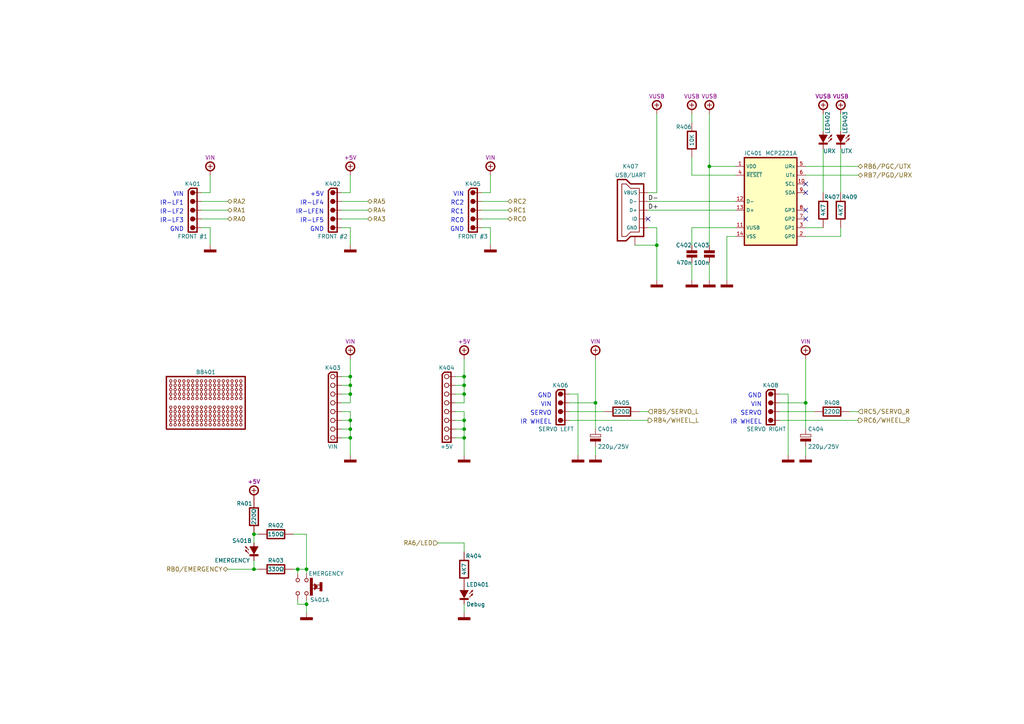
<source format=kicad_sch>
(kicad_sch (version 20211123) (generator eeschema)
  (paper "A4")
  (title_block (title "HID") (date "01/2022") (rev "A") (comment 1 "TBOT - MCU PIC-8Bit"))
  (lib_symbols
    (symbol "tronixio:BREADBOARD-170" (pin_numbers hide) (pin_names (offset 0) hide)
      (property "Reference" "BB" (at 0 8.89 0))
    )
    (symbol "tronixio:C-1206" (pin_numbers hide) (pin_names (offset 0) hide)
      (property "Reference" "C" (at 0.635 2.54 0))
      (property "Value" "C-1206" (at 0.635 -2.54 0))
      (symbol "C-1206_1_1"
        (pin passive line (at 0 2.54 270) (length 1.905) (name "~") (number "1"))
        (pin passive line (at 0 -2.54 90) (length 1.905) (name "~") (number "2"))
      )
    )
    (symbol "tronixio:E-SWITCH-TL1240RQ1JCLR" (pin_numbers hide) (pin_names (offset 0) hide)
      (property "Reference" "S" (at 0 6.35 0))
      (property "Value" "E-SWITCH-TL1240RQ1JCLR" (at 0 -5.08 0))
      (symbol "E-SWITCH-TL1240RQ1JCLR_1_1"
        (pin passive line (at -3.81 0 0) (length 1.27) (name "1") (number "1"))
        (pin passive line (at -3.81 -2.54 0) (length 1.27) (name "2") (number "2"))
        (pin passive line (at 3.81 0 180) (length 1.27) (name "3") (number "3"))
        (pin passive line (at 3.81 -2.54 180) (length 1.27) (name "4") (number "4"))
      )
      (symbol "E-SWITCH-TL1240RQ1JCLR_2_1"
        (pin passive line (at -2.54 0 0) (length 1.27) (name "C") (number "5"))
        (pin passive line (at 2.54 0 180) (length 1.27) (name "A") (number "6"))
      )
    )
    (symbol "tronixio:FCI-USB-TYPE-B-MICRO-THT" (pin_numbers hide) (pin_names (offset 0.5))
      (property "Reference" "K" (at 0 12.7 0))
      (property "Value" "FCI-USB-TYPE-B-MICRO-THT" (at 0 10.16 0))
      (symbol "FCI-USB-TYPE-B-MICRO-THT_1_1"
        (pin power_out line (at 5.08 5.08 180) (length 2.54) (name "VBUS") (number "1"))
        (pin bidirectional line (at 5.08 2.54 180) (length 2.54) (name "D-") (number "2"))
        (pin bidirectional line (at 5.08 0 180) (length 2.54) (name "D+") (number "3"))
        (pin passive line (at 5.08 -2.54 180) (length 2.54) (name "ID") (number "4"))
        (pin power_out line (at 5.08 -5.08 180) (length 2.54) (name "GND") (number "5"))
        (pin passive line (at 1.27 -10.16 90) (length 2.54) (name "SHIELD") (number "6"))
      )
    )
    (symbol "tronixio:HARWIN-254-F-1X08-VERTICAL" (pin_numbers hide) (pin_names (offset 0) hide)
      (property "Reference" "K" (at 0 2.54 0))
      (property "Value" "HARWIN-254-F-1X08-VERTICAL" (at 0 -20.32 0))
      (symbol "HARWIN-254-F-1X08-VERTICAL_1_1"
        (pin passive line (at -2.54 0 0) (length 1.905) (name "Pin_1") (number "1"))
        (pin passive line (at -2.54 -2.54 0) (length 1.905) (name "Pin_2") (number "2"))
        (pin passive line (at -2.54 -5.08 0) (length 1.905) (name "Pin_3") (number "3"))
        (pin passive line (at -2.54 -7.62 0) (length 1.905) (name "Pin_4") (number "4"))
        (pin passive line (at -2.54 -10.16 0) (length 1.905) (name "Pin_5") (number "5"))
        (pin passive line (at -2.54 -12.7 0) (length 1.905) (name "Pin_6") (number "6"))
        (pin passive line (at -2.54 -15.24 0) (length 1.905) (name "Pin_7") (number "7"))
        (pin passive line (at -2.54 -17.78 0) (length 1.905) (name "Pin_8") (number "8"))
      )
    )
    (symbol "tronixio:HARWIN-254-M-1X04-VERTICAL" (pin_numbers hide) (pin_names (offset 0) hide)
      (property "Reference" "K" (at 0 2.54 0))
      (property "Value" "HARWIN-254-M-1X04-VERTICAL" (at 0 -10.16 0))
      (symbol "HARWIN-254-M-1X04-VERTICAL_1_1"
        (pin passive line (at -2.54 0 0) (length 1.905) (name "1") (number "1"))
        (pin passive line (at -2.54 -2.54 0) (length 1.905) (name "2") (number "2"))
        (pin passive line (at -2.54 -5.08 0) (length 1.905) (name "3") (number "3"))
        (pin passive line (at -2.54 -7.62 0) (length 1.905) (name "4") (number "4"))
      )
    )
    (symbol "tronixio:LED-1206-PURPLE" (pin_numbers hide) (pin_names (offset 0) hide)
      (property "Reference" "LED" (at 0 -2.54 0))
      (property "Value" "LED-1206-PURPLE" (at 0 -5.08 0))
      (symbol "LED-1206-PURPLE_1_1"
        (pin passive line (at -2.54 0 0) (length 1.27) (name "K") (number "1"))
        (pin passive line (at 2.54 0 180) (length 1.27) (name "A") (number "2"))
      )
    )
    (symbol "tronixio:MCP2221A-ISL" (pin_names (offset 0.5))
      (property "Reference" "IC" (at -8.89 13.97 0))
      (property "Value" "MCP2221A-ISL" (at 7.62 13.97 0))
      (symbol "MCP2221A-ISL_1_1"
        (pin power_in line (at -10.16 10.16 0) (length 2.54) (name "VDD") (number "1"))
        (pin bidirectional line (at 10.16 5.08 180) (length 2.54) (name "SCL") (number "10"))
        (pin passive line (at -10.16 -7.62 0) (length 2.54) (name "VUSB") (number "11"))
        (pin bidirectional line (at -10.16 0 0) (length 2.54) (name "D-") (number "12"))
        (pin bidirectional line (at -10.16 -2.54 0) (length 2.54) (name "D+") (number "13"))
        (pin power_in line (at -10.16 -10.16 0) (length 2.54) (name "VSS") (number "14"))
        (pin bidirectional line (at 10.16 -10.16 180) (length 2.54) (name "GP0") (number "2"))
        (pin bidirectional line (at 10.16 -7.62 180) (length 2.54) (name "GP1") (number "3"))
        (pin input line (at -10.16 7.62 0) (length 2.54) (name "~{RESET}") (number "4"))
        (pin input line (at 10.16 10.16 180) (length 2.54) (name "URx") (number "5"))
        (pin output line (at 10.16 7.62 180) (length 2.54) (name "UTx") (number "6"))
        (pin bidirectional line (at 10.16 -5.08 180) (length 2.54) (name "GP2") (number "7"))
        (pin bidirectional line (at 10.16 -2.54 180) (length 2.54) (name "GP3") (number "8"))
        (pin bidirectional line (at 10.16 2.54 180) (length 2.54) (name "SDA") (number "9"))
      )
    )
    (symbol "tronixio:MOLEX-MICRO-LATCH-05-VERTICAL" (pin_numbers hide) (pin_names (offset 0) hide)
      (property "Reference" "K" (at 0 2.54 0))
      (property "Value" "MOLEX-MICRO-LATCH-05-VERTICAL" (at 0 -12.7 0))
      (symbol "MOLEX-MICRO-LATCH-05-VERTICAL_1_1"
        (pin passive line (at -2.54 0 0) (length 1.905) (name "1") (number "1"))
        (pin passive line (at -2.54 -2.54 0) (length 1.905) (name "2") (number "2"))
        (pin passive line (at -2.54 -5.08 0) (length 1.905) (name "3") (number "3"))
        (pin passive line (at -2.54 -7.62 0) (length 1.905) (name "4") (number "4"))
        (pin passive line (at -2.54 -10.16 0) (length 1.905) (name "5") (number "5"))
      )
    )
    (symbol "tronixio:POWER-+5V" (power) (pin_numbers hide) (pin_names (offset 0) hide)
      (property "Name" "+5V" (at 0 5.08 0))
      (symbol "POWER-+5V_1_1"
        (pin power_in line (at 0 0 90) (length 1.27) (name "+5V") (number "1"))
      )
    )
    (symbol "tronixio:POWER-GND" (power) (pin_numbers hide) (pin_names (offset 0) hide)
      (symbol "POWER-GND_1_1"
        (pin power_in line (at 0 0 270) (length 1.27) (name "GND") (number "1"))
      )
    )
    (symbol "tronixio:POWER-VIN" (power) (pin_numbers hide) (pin_names (offset 0) hide)
      (property "Name" "VIN" (at 0 5.08 0))
      (symbol "POWER-VIN_1_1"
        (pin power_in line (at 0 0 90) (length 1.27) (name "VIN") (number "1"))
      )
    )
    (symbol "tronixio:POWER-VUSB" (power) (pin_numbers hide) (pin_names (offset 0) hide)
      (property "Name" "VUSB" (at 0 5.08 0))
      (symbol "POWER-VUSB_1_1"
        (pin power_in line (at 0 0 90) (length 1.27) (name "VUSB") (number "1"))
      )
    )
    (symbol "tronixio:R-1206" (pin_numbers hide) (pin_names (offset 0) hide)
      (property "Reference" "R" (at 2.54 0 90))
      (property "Value" "R-1206" (at 0 0 90))
      (symbol "R-1206_1_1"
        (pin passive line (at 0 5.08 270) (length 2.54) (name "~") (number "1"))
        (pin passive line (at 0 -5.08 90) (length 2.54) (name "~") (number "2"))
      )
    )
    (symbol "tronixio:UVZ-220U-25V" (pin_numbers hide) (pin_names (offset 0) hide)
      (property "Reference" "C" (at 0 2.54 0))
      (property "Name" "220µ/25V" (at 0 -2.54 0))
      (symbol "UVZ-220U-25V_1_1"
        (pin passive line (at 0 2.54 270) (length 1.5) (name "~") (number "1"))
        (pin passive line (at 0 -2.54 90) (length 1.905) (name "~") (number "2"))
      )
    )
  )
  (junction (at 134.62 127) (diameter 0.9144))
  (junction (at 73.66 165.1) (diameter 0.9144))
  (junction (at 73.66 154.94) (diameter 0.9144))
  (junction (at 233.68 116.84) (diameter 0.9144))
  (junction (at 134.62 121.92) (diameter 0.9144))
  (junction (at 101.6 121.92) (diameter 0.9144))
  (junction (at 134.62 114.3) (diameter 0.9144))
  (junction (at 190.5 71.12) (diameter 0.9144))
  (junction (at 172.72 116.84) (diameter 0.9144))
  (junction (at 86.36 165.1) (diameter 0.9144))
  (junction (at 205.74 48.26))
  (junction (at 101.6 109.22) (diameter 0.9144))
  (junction (at 101.6 127) (diameter 0.9144))
  (junction (at 101.6 111.76) (diameter 0.9144))
  (junction (at 88.9 175.26) (diameter 0.9144))
  (junction (at 134.62 124.46) (diameter 0.9144))
  (junction (at 101.6 124.46) (diameter 0.9144))
  (junction (at 134.62 109.22) (diameter 0.9144))
  (junction (at 88.9 165.1) (diameter 0.9144))
  (junction (at 101.6 114.3) (diameter 0.9144))
  (junction (at 134.62 111.76) (diameter 0.9144))
  (no_connect (at 233.68 53.34))
  (no_connect (at 233.68 55.88))
  (no_connect (at 233.68 60.96))
  (no_connect (at 233.68 63.5))
  (no_connect (at 187.96 63.5))
  (wire (pts (xy 132.08 114.3) (xy 134.62 114.3)))
  (wire (pts (xy 165.1 114.3) (xy 167.64 114.3)))
  (wire (pts (xy 167.64 114.3) (xy 167.64 132.08)))
  (wire (pts (xy 88.9 173.99) (xy 88.9 175.26)))
  (wire (pts (xy 165.1 121.92) (xy 187.96 121.92)))
  (wire (pts (xy 132.08 119.38) (xy 134.62 119.38)))
  (wire (pts (xy 165.1 119.38) (xy 175.26 119.38)))
  (wire (pts (xy 200.66 76.2) (xy 200.66 81.28)))
  (wire (pts (xy 99.06 60.96) (xy 106.68 60.96)))
  (wire (pts (xy 210.82 68.58) (xy 210.82 81.28)))
  (wire (pts (xy 213.36 68.58) (xy 210.82 68.58)))
  (wire (pts (xy 58.42 55.88) (xy 60.96 55.88)))
  (wire (pts (xy 88.9 175.26) (xy 88.9 177.8)))
  (wire (pts (xy 58.42 63.5) (xy 66.04 63.5)))
  (wire (pts (xy 233.68 68.58) (xy 243.84 68.58)))
  (wire (pts (xy 233.68 116.84) (xy 233.68 104.14)))
  (wire (pts (xy 132.08 121.92) (xy 134.62 121.92)))
  (wire (pts (xy 139.7 58.42) (xy 147.32 58.42)))
  (wire (pts (xy 142.24 55.88) (xy 142.24 50.8)))
  (wire (pts (xy 200.66 66.04) (xy 200.66 71.12)))
  (wire (pts (xy 213.36 66.04) (xy 200.66 66.04)))
  (wire (pts (xy 142.24 71.12) (xy 142.24 66.04)))
  (wire (pts (xy 233.68 116.84) (xy 233.68 124.46)))
  (wire (pts (xy 99.06 114.3) (xy 101.6 114.3)))
  (wire (pts (xy 132.08 127) (xy 134.62 127)))
  (wire (pts (xy 86.36 173.99) (xy 86.36 175.26)))
  (wire (pts (xy 86.36 175.26) (xy 88.9 175.26)))
  (wire (pts (xy 233.68 50.8) (xy 248.92 50.8)))
  (wire (pts (xy 187.96 58.42) (xy 213.36 58.42)))
  (wire (pts (xy 187.96 66.04) (xy 190.5 66.04)))
  (wire (pts (xy 190.5 66.04) (xy 190.5 71.12)))
  (wire (pts (xy 190.5 71.12) (xy 190.5 81.28)))
  (wire (pts (xy 60.96 71.12) (xy 60.96 66.04)))
  (wire (pts (xy 233.68 66.04) (xy 238.76 66.04)))
  (wire (pts (xy 73.66 165.1) (xy 73.66 162.56)))
  (wire (pts (xy 226.06 121.92) (xy 248.92 121.92)))
  (wire (pts (xy 205.74 33.02) (xy 205.74 48.26)))
  (wire (pts (xy 205.74 48.26) (xy 205.74 71.12)))
  (wire (pts (xy 132.08 116.84) (xy 134.62 116.84)))
  (wire (pts (xy 99.06 116.84) (xy 101.6 116.84)))
  (wire (pts (xy 101.6 109.22) (xy 101.6 104.14)))
  (wire (pts (xy 101.6 111.76) (xy 101.6 109.22)))
  (wire (pts (xy 101.6 114.3) (xy 101.6 111.76)))
  (wire (pts (xy 101.6 116.84) (xy 101.6 114.3)))
  (wire (pts (xy 205.74 76.2) (xy 205.74 81.28)))
  (wire (pts (xy 99.06 55.88) (xy 101.6 55.88)))
  (wire (pts (xy 101.6 55.88) (xy 101.6 50.8)))
  (wire (pts (xy 172.72 129.54) (xy 172.72 132.08)))
  (wire (pts (xy 73.66 154.94) (xy 73.66 157.48)))
  (wire (pts (xy 233.68 129.54) (xy 233.68 132.08)))
  (wire (pts (xy 187.96 55.88) (xy 190.5 55.88)))
  (wire (pts (xy 190.5 55.88) (xy 190.5 33.02)))
  (wire (pts (xy 165.1 116.84) (xy 172.72 116.84)))
  (wire (pts (xy 172.72 116.84) (xy 172.72 104.14)))
  (wire (pts (xy 134.62 109.22) (xy 134.62 104.14)))
  (wire (pts (xy 200.66 33.02) (xy 200.66 35.56)))
  (wire (pts (xy 172.72 116.84) (xy 172.72 124.46)))
  (wire (pts (xy 58.42 58.42) (xy 66.04 58.42)))
  (wire (pts (xy 238.76 33.02) (xy 238.76 38.1)))
  (wire (pts (xy 132.08 124.46) (xy 134.62 124.46)))
  (wire (pts (xy 139.7 63.5) (xy 147.32 63.5)))
  (wire (pts (xy 66.04 165.1) (xy 73.66 165.1)))
  (wire (pts (xy 228.6 114.3) (xy 228.6 132.08)))
  (wire (pts (xy 99.06 111.76) (xy 101.6 111.76)))
  (wire (pts (xy 134.62 111.76) (xy 134.62 109.22)))
  (wire (pts (xy 226.06 116.84) (xy 233.68 116.84)))
  (wire (pts (xy 132.08 109.22) (xy 134.62 109.22)))
  (wire (pts (xy 139.7 55.88) (xy 142.24 55.88)))
  (wire (pts (xy 134.62 114.3) (xy 134.62 111.76)))
  (wire (pts (xy 86.36 165.1) (xy 86.36 166.37)))
  (wire (pts (xy 134.62 116.84) (xy 134.62 114.3)))
  (wire (pts (xy 73.66 165.1) (xy 74.93 165.1)))
  (wire (pts (xy 99.06 66.04) (xy 101.6 66.04)))
  (wire (pts (xy 101.6 66.04) (xy 101.6 71.12)))
  (wire (pts (xy 86.36 165.1) (xy 88.9 165.1)))
  (wire (pts (xy 88.9 165.1) (xy 88.9 166.37)))
  (wire (pts (xy 200.66 50.8) (xy 200.66 45.72)))
  (wire (pts (xy 213.36 50.8) (xy 200.66 50.8)))
  (wire (pts (xy 132.08 111.76) (xy 134.62 111.76)))
  (wire (pts (xy 238.76 43.18) (xy 238.76 55.88)))
  (wire (pts (xy 99.06 127) (xy 101.6 127)))
  (wire (pts (xy 99.06 121.92) (xy 101.6 121.92)))
  (wire (pts (xy 85.09 154.94) (xy 88.9 154.94)))
  (wire (pts (xy 88.9 154.94) (xy 88.9 165.1)))
  (wire (pts (xy 243.84 66.04) (xy 243.84 68.58)))
  (wire (pts (xy 85.09 165.1) (xy 86.36 165.1)))
  (wire (pts (xy 184.15 71.12) (xy 190.5 71.12)))
  (wire (pts (xy 243.84 33.02) (xy 243.84 38.1)))
  (wire (pts (xy 226.06 119.38) (xy 236.22 119.38)))
  (wire (pts (xy 226.06 114.3) (xy 228.6 114.3)))
  (wire (pts (xy 187.96 60.96) (xy 213.36 60.96)))
  (wire (pts (xy 139.7 66.04) (xy 142.24 66.04)))
  (wire (pts (xy 73.66 154.94) (xy 74.93 154.94)))
  (wire (pts (xy 205.74 48.26) (xy 213.36 48.26)))
  (wire (pts (xy 99.06 124.46) (xy 101.6 124.46)))
  (wire (pts (xy 134.62 175.26) (xy 134.62 177.8)))
  (wire (pts (xy 233.68 48.26) (xy 248.92 48.26)))
  (wire (pts (xy 246.38 119.38) (xy 248.92 119.38)))
  (wire (pts (xy 60.96 55.88) (xy 60.96 50.8)))
  (wire (pts (xy 134.62 119.38) (xy 134.62 121.92)))
  (wire (pts (xy 139.7 60.96) (xy 147.32 60.96)))
  (wire (pts (xy 58.42 66.04) (xy 60.96 66.04)))
  (wire (pts (xy 99.06 58.42) (xy 106.68 58.42)))
  (wire (pts (xy 243.84 43.18) (xy 243.84 55.88)))
  (wire (pts (xy 99.06 109.22) (xy 101.6 109.22)))
  (wire (pts (xy 185.42 119.38) (xy 187.96 119.38)))
  (wire (pts (xy 99.06 63.5) (xy 106.68 63.5)))
  (wire (pts (xy 99.06 119.38) (xy 101.6 119.38)))
  (wire (pts (xy 101.6 119.38) (xy 101.6 121.92)))
  (wire (pts (xy 101.6 121.92) (xy 101.6 124.46)))
  (wire (pts (xy 101.6 124.46) (xy 101.6 127)))
  (wire (pts (xy 101.6 127) (xy 101.6 132.08)))
  (wire (pts (xy 134.62 127) (xy 134.62 132.08)))
  (wire (pts (xy 134.62 124.46) (xy 134.62 127)))
  (wire (pts (xy 134.62 121.92) (xy 134.62 124.46)))
  (wire (pts (xy 127 157.48) (xy 134.62 157.48)))
  (wire (pts (xy 134.62 157.48) (xy 134.62 160.02)))
  (wire (pts (xy 58.42 60.96) (xy 66.04 60.96)))
  (text "GND" (at 93.98 67.31 180) (effects (font (size 1.27 1.27)) (justify right bottom)))
  (text "RC0" (at 134.62 64.77 180) (effects (font (size 1.27 1.27)) (justify right bottom)))
  (text "VIN" (at 220.98 118.11 180) (effects (font (size 1.27 1.27)) (justify right bottom)))
  (text "VIN" (at 53.34 57.15 180) (effects (font (size 1.27 1.27)) (justify right bottom)))
  (text "GND" (at 220.98 115.57 180) (effects (font (size 1.27 1.27)) (justify right bottom)))
  (text "+5V" (at 93.98 57.15 180) (effects (font (size 1.27 1.27)) (justify right bottom)))
  (text "VIN" (at 134.62 57.15 180) (effects (font (size 1.27 1.27)) (justify right bottom)))
  (text "IR-LF1" (at 53.34 59.69 180) (effects (font (size 1.27 1.27)) (justify right bottom)))
  (text "VIN" (at 160.02 118.11 180) (effects (font (size 1.27 1.27)) (justify right bottom)))
  (text "IR-LF4" (at 93.98 59.69 180) (effects (font (size 1.27 1.27)) (justify right bottom)))
  (text "GND" (at 160.02 115.57 180) (effects (font (size 1.27 1.27)) (justify right bottom)))
  (text "GND" (at 134.62 67.31 180) (effects (font (size 1.27 1.27)) (justify right bottom)))
  (text "RC1" (at 134.62 62.23 180) (effects (font (size 1.27 1.27)) (justify right bottom)))
  (text "IR WHEEL" (at 160.02 123.19 180) (effects (font (size 1.27 1.27)) (justify right bottom)))
  (text "IR-LF5" (at 93.98 64.77 180) (effects (font (size 1.27 1.27)) (justify right bottom)))
  (text "SERVO" (at 160.02 120.65 180) (effects (font (size 1.27 1.27)) (justify right bottom)))
  (text "IR-LFEN" (at 93.98 62.23 180) (effects (font (size 1.27 1.27)) (justify right bottom)))
  (text "IR WHEEL" (at 220.98 123.19 180) (effects (font (size 1.27 1.27)) (justify right bottom)))
  (text "IR-LF3" (at 53.34 64.77 180) (effects (font (size 1.27 1.27)) (justify right bottom)))
  (text "RC2" (at 134.62 59.69 180) (effects (font (size 1.27 1.27)) (justify right bottom)))
  (text "GND" (at 53.34 67.31 180) (effects (font (size 1.27 1.27)) (justify right bottom)))
  (text "SERVO" (at 220.98 120.65 180) (effects (font (size 1.27 1.27)) (justify right bottom)))
  (text "IR-LF2" (at 53.34 62.23 180) (effects (font (size 1.27 1.27)) (justify right bottom)))
  (label "D-" (at 187.96 58.42 0))
  (label "D+" (at 187.96 60.96 0))
  (hierarchical_label "RA2" (shape bidirectional) (at 66.04 58.42 0))
  (hierarchical_label "RA0" (shape bidirectional) (at 66.04 63.5 0))
  (hierarchical_label "RC0" (shape bidirectional) (at 147.32 63.5 0))
  (hierarchical_label "RC2" (shape bidirectional) (at 147.32 58.42 0))
  (hierarchical_label "RC5{slash}SERVO_R" (shape input) (at 248.92 119.38 0))
  (hierarchical_label "RC1" (shape bidirectional) (at 147.32 60.96 0))
  (hierarchical_label "RB7{slash}PGD{slash}URX" (shape bidirectional) (at 248.92 50.8 0))
  (hierarchical_label "RB6{slash}PGC{slash}UTX" (shape bidirectional) (at 248.92 48.26 0))
  (hierarchical_label "RA1" (shape bidirectional) (at 66.04 60.96 0))
  (hierarchical_label "RB5{slash}SERVO_L" (shape input) (at 187.96 119.38 0))
  (hierarchical_label "RA6{slash}LED" (shape input) (at 127 157.48 180))
  (hierarchical_label "RA5" (shape bidirectional) (at 106.68 58.42 0))
  (hierarchical_label "RB0{slash}EMERGENCY" (shape bidirectional) (at 66.04 165.1 180))
  (hierarchical_label "RA4" (shape bidirectional) (at 106.68 60.96 0))
  (hierarchical_label "RC6{slash}WHEEL_R" (shape output) (at 248.92 121.92 0))
  (hierarchical_label "RA3" (shape bidirectional) (at 106.68 63.5 0))
  (hierarchical_label "RB4{slash}WHEEL_L" (shape output) (at 187.96 121.92 0))
  (symbol (lib_id "tronixio:R-1206") (at 80.01 165.1 270) (unit 1)
    (property "Reference" "R403" (at 80.01 162.56 90) (effects (font (size 1.15 1.15))))
    (property "Value" "330Ω" (at 80.01 165.1 90) (effects (font (size 1.15 1.15))))
    (property "Footprint" "tronixio:RESISTOR-1206" (effects hide))
  )
  (symbol (lib_id "tronixio:POWER-GND") (at 101.6 71.12 0) (mirror y) (unit 1)
    (property "Reference" "#PWR0406" (effects hide))
    (property "Value" "GND" (effects hide))
  )
  (symbol (lib_id "tronixio:POWER-VUSB") (at 243.84 33.02 0) (unit 1)
    (property "Reference" "#PWR0428" (effects hide))
    (property "Value" "POWER-VUSB" (effects hide))
    (property "Name" "VUSB" (at 243.84 27.94 0) (effects (font (size 1.15 1.15))))
  )
  (symbol (lib_id "tronixio:POWER-GND") (at 88.9 177.8 0) (mirror y) (unit 1)
    (property "Reference" "#PWR0404" (effects hide))
    (property "Value" "GND" (effects hide))
  )
  (symbol (lib_id "tronixio:FCI-USB-TYPE-B-MICRO-THT") (at 182.88 60.96 0) (unit 1)
    (property "Reference" "K407" (at 182.88 48.26 0) (effects (font (size 1.15 1.15))))
    (property "Value" "USB/UART" (at 182.88 50.8 0) (effects (font (size 1.15 1.15))))
    (property "Footprint" "tronixio:FCI-USB-TYPE-B-MICRO-THT" (effects hide))
    (property "Datasheet" "https://cdn.amphenol-icc.com/media/wysiwyg/files/drawing/10118193.pdf" (effects hide))
    (property "MOUSER" "649-10118193-0001LF" (effects hide))
  )
  (symbol (lib_id "tronixio:MOLEX-MICRO-LATCH-05-VERTICAL") (at 55.88 55.88 0) (mirror y) (unit 1)
    (property "Reference" "K401" (at 55.88 53.34 0) (effects (font (size 1.15 1.15))))
    (property "Value" "FRONT #1" (at 55.88 68.58 0) (effects (font (size 1.15 1.15))))
    (property "Footprint" "tronixio:MOLEX-532530570" (effects hide))
    (property "Datasheet" "https://www.molex.com/pdm_docs/sd/532530570_sd.pdf" (effects hide))
    (property "MOUSER" "538-53253-0570" (effects hide))
  )
  (symbol (lib_id "tronixio:POWER-GND") (at 233.68 132.08 0) (unit 1)
    (property "Reference" "#PWR0426" (effects hide))
    (property "Value" "GND" (effects hide))
  )
  (symbol (lib_id "tronixio:UVZ-220U-25V") (at 172.72 127 0) (unit 1)
    (property "Reference" "C401" (at 173.355 124.46 0) (effects (font (size 1.15 1.15)) (justify left)))
    (property "Value" "220µ/25V" (at 173.355 129.54 0) (effects (font (size 1.15 1.15)) (justify left)))
    (property "Footprint" "tronixio:CAPACITOR-ELECTROLYTIC-RADIAL-080-115-035" (effects hide))
    (property "Datasheet" "http://www.nichicon.co.jp/english/products/pdfs/e-uvz.pdf" (effects hide))
    (property "Name" "220µ/25V" (effects hide))
    (property "MOUSER" "647-UVZ1E221MPD" (effects hide))
  )
  (symbol (lib_id "tronixio:POWER-GND") (at 205.74 81.28 0) (mirror y) (unit 1)
    (property "Reference" "#PWR0422" (effects hide))
    (property "Value" "GND" (effects hide))
  )
  (symbol (lib_id "tronixio:POWER-VUSB") (at 205.74 33.02 0) (unit 1)
    (property "Reference" "#PWR0421" (effects hide))
    (property "Value" "POWER-VUSB" (effects hide))
    (property "Name" "VUSB" (at 205.74 27.94 0) (effects (font (size 1.15 1.15))))
  )
  (symbol (lib_id "tronixio:MOLEX-MICRO-LATCH-05-VERTICAL") (at 137.16 55.88 0) (mirror y) (unit 1)
    (property "Reference" "K405" (at 137.16 53.34 0) (effects (font (size 1.15 1.15))))
    (property "Value" "FRONT #3" (at 137.16 68.58 0) (effects (font (size 1.15 1.15))))
    (property "Footprint" "tronixio:MOLEX-532530570" (effects hide))
    (property "Datasheet" "https://www.molex.com/pdm_docs/sd/532530570_sd.pdf" (effects hide))
    (property "MOUSER" "538-53253-0570" (effects hide))
  )
  (symbol (lib_id "tronixio:POWER-GND") (at 210.82 81.28 0) (mirror y) (unit 1)
    (property "Reference" "#PWR0423" (effects hide))
    (property "Value" "GND" (effects hide))
  )
  (symbol (lib_id "tronixio:POWER-VUSB") (at 190.5 33.02 0) (unit 1)
    (property "Reference" "#PWR0417" (effects hide))
    (property "Value" "POWER-VUSB" (effects hide))
    (property "Name" "VUSB" (at 190.5 27.94 0) (effects (font (size 1.15 1.15))))
  )
  (symbol (lib_id "tronixio:POWER-VIN") (at 142.24 50.8 0) (mirror y) (unit 1)
    (property "Reference" "#PWR0412" (effects hide))
    (property "Value" "VIN" (effects hide))
    (property "Name" "VIN" (at 142.24 45.72 0) (effects (font (size 1.15 1.15))))
  )
  (symbol (lib_id "tronixio:POWER-GND") (at 228.6 132.08 0) (unit 1)
    (property "Reference" "#PWR0424" (effects hide))
    (property "Value" "GND" (effects hide))
  )
  (symbol (lib_id "tronixio:POWER-VUSB") (at 200.66 33.02 0) (unit 1)
    (property "Reference" "#PWR0419" (effects hide))
    (property "Value" "POWER-VUSB" (effects hide))
    (property "Name" "VUSB" (at 200.66 27.94 0) (effects (font (size 1.15 1.15))))
  )
  (symbol (lib_id "tronixio:R-1206") (at 241.3 119.38 270) (unit 1)
    (property "Reference" "R408" (at 241.3 116.84 90) (effects (font (size 1.15 1.15))))
    (property "Value" "220Ω" (at 241.3 119.38 90) (effects (font (size 1.15 1.15))))
    (property "Footprint" "tronixio:RESISTOR-1206" (effects hide))
  )
  (symbol (lib_id "tronixio:E-SWITCH-TL1240RQ1JCLR") (at 88.9 170.18 270) (mirror x) (unit 1)
    (property "Reference" "S401" (at 92.71 173.99 90) (effects (font (size 1.15 1.15))))
    (property "Value" "EMERGENCY" (at 94.615 166.37 90) (effects (font (size 1.15 1.15))))
    (property "Footprint" "tronixio:E-SWITCH-TL1240XQ1JXXX" (effects hide))
    (property "Datasheet" "https://www.e-switch.com/product-catalog/tact/product-lines/tl1240-series-illuminated-tact-switches#.XnJ2Ri2ZPUI" (effects hide))
    (property "MOUSER" "612-TL1240RQ1JCLR" (effects hide))
  )
  (symbol (lib_id "tronixio:POWER-+5V") (at 134.62 104.14 0) (mirror y) (unit 1)
    (property "Reference" "#PWR0409" (effects hide))
    (property "Value" "+5V" (effects hide))
    (property "Name" "+5V" (at 134.62 99.06 0) (effects (font (size 1.15 1.15))))
  )
  (symbol (lib_id "tronixio:HARWIN-254-F-1X08-VERTICAL") (at 129.54 109.22 0) (mirror y) (unit 1)
    (property "Reference" "K404" (at 129.54 106.68 0) (effects (font (size 1.15 1.15))))
    (property "Value" "+5V" (at 129.54 129.54 0) (effects (font (size 1.15 1.15))))
    (property "Footprint" "tronixio:HARWIN-M20-782084x" (effects hide))
    (property "Datasheet" "https://www.harwin.com/products/M20-7820846/" (effects hide))
    (property "MOUSER" "855-M20-999084" (effects hide))
  )
  (symbol (lib_id "tronixio:POWER-GND") (at 60.96 71.12 0) (unit 1)
    (property "Reference" "#PWR0402" (effects hide))
    (property "Value" "GND" (effects hide))
  )
  (symbol (lib_id "tronixio:POWER-+5V") (at 73.66 144.78 0) (unit 1)
    (property "Reference" "#PWR0403" (effects hide))
    (property "Value" "+5V" (effects hide))
    (property "Name" "+5V" (at 73.66 139.7 0) (effects (font (size 1.15 1.15))))
  )
  (symbol (lib_id "tronixio:POWER-VIN") (at 101.6 104.14 0) (unit 1)
    (property "Reference" "#PWR0407" (effects hide))
    (property "Value" "VIN" (effects hide))
    (property "Name" "VIN" (at 101.6 99.06 0) (effects (font (size 1.15 1.15))))
  )
  (symbol (lib_id "tronixio:POWER-GND") (at 190.5 81.28 0) (mirror y) (unit 1)
    (property "Reference" "#PWR0418" (effects hide))
    (property "Value" "GND" (effects hide))
  )
  (symbol (lib_id "tronixio:R-1206") (at 238.76 60.96 180) (unit 1)
    (property "Reference" "R407" (at 241.3 57.15 0) (effects (font (size 1.15 1.15))))
    (property "Value" "4K7" (at 238.76 60.96 90) (effects (font (size 1.15 1.15))))
    (property "Footprint" "tronixio:RESISTOR-1206" (effects hide))
  )
  (symbol (lib_id "tronixio:R-1206") (at 180.34 119.38 270) (unit 1)
    (property "Reference" "R405" (at 180.34 116.84 90) (effects (font (size 1.15 1.15))))
    (property "Value" "220Ω" (at 180.34 119.38 90) (effects (font (size 1.15 1.15))))
    (property "Footprint" "tronixio:RESISTOR-1206" (effects hide))
  )
  (symbol (lib_id "tronixio:LED-1206-PURPLE") (at 238.76 40.64 270) (mirror x) (unit 1)
    (property "Reference" "LED402" (at 240.03 35.56 0) (effects (font (size 1.15 1.15))))
    (property "Value" "URX" (at 238.76 43.815 90) (effects (font (size 1.15 1.15)) (justify left)))
    (property "Footprint" "tronixio:LED-1206" (effects hide))
    (property "Datasheet" "http://www.kingbrightusa.com/images/catalog/SPEC/APT3216LSECK-J3-PRV.pdf" (effects hide))
    (property "MOUSER" "604-APT3216LSECKJ3RV" (effects hide))
  )
  (symbol (lib_id "tronixio:R-1206") (at 80.01 154.94 270) (unit 1)
    (property "Reference" "R402" (at 80.01 152.4 90) (effects (font (size 1.15 1.15))))
    (property "Value" "150Ω" (at 80.01 154.94 90) (effects (font (size 1.15 1.15))))
    (property "Footprint" "tronixio:RESISTOR-1206" (effects hide))
  )
  (symbol (lib_id "tronixio:UVZ-220U-25V") (at 233.68 127 0) (unit 1)
    (property "Reference" "C404" (at 234.315 124.46 0) (effects (font (size 1.15 1.15)) (justify left)))
    (property "Value" "220µ/25V" (at 234.315 129.54 0) (effects (font (size 1.15 1.15)) (justify left)))
    (property "Footprint" "tronixio:CAPACITOR-ELECTROLYTIC-RADIAL-080-115-035" (effects hide))
    (property "Datasheet" "http://www.nichicon.co.jp/english/products/pdfs/e-uvz.pdf" (effects hide))
    (property "Name" "220µ/25V" (effects hide))
    (property "MOUSER" "647-UVZ1E221MPD" (effects hide))
  )
  (symbol (lib_id "tronixio:POWER-VIN") (at 60.96 50.8 0) (unit 1)
    (property "Reference" "#PWR0401" (effects hide))
    (property "Value" "VIN" (effects hide))
    (property "Name" "VIN" (at 60.96 45.72 0) (effects (font (size 1.15 1.15))))
  )
  (symbol (lib_id "tronixio:POWER-GND") (at 172.72 132.08 0) (unit 1)
    (property "Reference" "#PWR0416" (effects hide))
    (property "Value" "GND" (effects hide))
  )
  (symbol (lib_id "tronixio:HARWIN-254-M-1X04-VERTICAL") (at 162.56 114.3 0) (mirror y) (unit 1)
    (property "Reference" "K406" (at 162.56 111.76 0) (effects (font (size 1.15 1.15))))
    (property "Value" "SERVO LEFT" (at 161.29 124.46 0) (effects (font (size 1.15 1.15))))
    (property "Footprint" "tronixio:HARWIN-M20-999044x" (effects hide))
    (property "Datasheet" "https://www.harwin.com/products/M20-9990446/" (effects hide))
    (property "MOUSER" "855-M20-999044" (effects hide))
  )
  (symbol (lib_id "tronixio:POWER-VIN") (at 233.68 104.14 0) (unit 1)
    (property "Reference" "#PWR0425" (effects hide))
    (property "Value" "VIN" (effects hide))
    (property "Name" "VIN" (at 233.68 99.06 0) (effects (font (size 1.15 1.15))))
  )
  (symbol (lib_id "tronixio:POWER-VIN") (at 172.72 104.14 0) (unit 1)
    (property "Reference" "#PWR0415" (effects hide))
    (property "Value" "VIN" (effects hide))
    (property "Name" "VIN" (at 172.72 99.06 0) (effects (font (size 1.15 1.15))))
  )
  (symbol (lib_id "tronixio:HARWIN-254-F-1X08-VERTICAL") (at 96.52 109.22 0) (mirror y) (unit 1)
    (property "Reference" "K403" (at 96.52 106.68 0) (effects (font (size 1.15 1.15))))
    (property "Value" "VIN" (at 96.52 129.54 0) (effects (font (size 1.15 1.15))))
    (property "Footprint" "tronixio:HARWIN-M20-782084x" (effects hide))
    (property "Datasheet" "https://www.harwin.com/products/M20-7820846/" (effects hide))
    (property "MOUSER" "855-M20-999084" (effects hide))
  )
  (symbol (lib_id "tronixio:POWER-GND") (at 200.66 81.28 0) (mirror y) (unit 1)
    (property "Reference" "#PWR0420" (effects hide))
    (property "Value" "GND" (effects hide))
  )
  (symbol (lib_id "tronixio:R-1206") (at 243.84 60.96 180) (unit 1)
    (property "Reference" "R409" (at 246.38 57.15 0) (effects (font (size 1.15 1.15))))
    (property "Value" "4K7" (at 243.84 60.96 90) (effects (font (size 1.15 1.15))))
    (property "Footprint" "tronixio:RESISTOR-1206" (effects hide))
  )
  (symbol (lib_id "tronixio:POWER-GND") (at 134.62 177.8 0) (unit 1)
    (property "Reference" "#PWR0411" (effects hide))
    (property "Value" "GND" (effects hide))
  )
  (symbol (lib_id "tronixio:BREADBOARD-170") (at 59.69 116.84 0) (unit 1)
    (property "Reference" "BB401" (at 59.69 107.95 0) (effects (font (size 1.15 1.15))))
    (property "Value" "BREADBOARD-170" (effects hide))
    (property "Footprint" "tronixio:BREADBOARD-170" (effects hide))
    (property "Datasheet" "http://www.busboard.com/BB170" (effects hide))
    (property "MOUSER" "854-BB170" (effects hide))
  )
  (symbol (lib_id "tronixio:POWER-+5V") (at 101.6 50.8 0) (mirror y) (unit 1)
    (property "Reference" "#PWR0405" (effects hide))
    (property "Value" "+5V" (effects hide))
    (property "Name" "+5V" (at 101.6 45.72 0) (effects (font (size 1.15 1.15))))
  )
  (symbol (lib_id "tronixio:POWER-VUSB") (at 238.76 33.02 0) (unit 1)
    (property "Reference" "#PWR0427" (effects hide))
    (property "Value" "POWER-VUSB" (effects hide))
    (property "Name" "VUSB" (at 238.76 27.94 0) (effects (font (size 1.15 1.15))))
  )
  (symbol (lib_id "tronixio:R-1206") (at 73.66 149.86 180) (unit 1)
    (property "Reference" "R401" (at 68.58 146.05 0) (effects (font (size 1.15 1.15)) (justify right)))
    (property "Value" "220Ω" (at 73.66 149.86 90) (effects (font (size 1.15 1.15))))
    (property "Footprint" "tronixio:RESISTOR-1206" (effects hide))
  )
  (symbol (lib_id "tronixio:C-1206") (at 200.66 73.66 0) (unit 1)
    (property "Reference" "C402" (at 200.66 71.12 0) (effects (font (size 1.15 1.15)) (justify right)))
    (property "Value" "470n" (at 200.66 76.2 0) (effects (font (size 1.15 1.15)) (justify right)))
    (property "Footprint" "tronixio:CAPACITOR-1206" (effects hide))
  )
  (symbol (lib_id "tronixio:R-1206") (at 200.66 40.64 180) (unit 1)
    (property "Reference" "R406" (at 200.66 36.83 0) (effects (font (size 1.15 1.15)) (justify left)))
    (property "Value" "10K" (at 200.66 40.64 90) (effects (font (size 1.15 1.15))))
    (property "Footprint" "tronixio:RESISTOR-1206" (effects hide))
  )
  (symbol (lib_id "tronixio:LED-1206-PURPLE") (at 134.62 172.72 270) (mirror x) (unit 1)
    (property "Reference" "LED401" (at 135.255 169.545 90) (effects (font (size 1.15 1.15)) (justify left)))
    (property "Value" "Debug" (at 135.255 175.26 90) (effects (font (size 1.15 1.15)) (justify left)))
    (property "Footprint" "tronixio:LED-1206" (effects hide))
    (property "Datasheet" "http://www.kingbrightusa.com/images/catalog/SPEC/APT3216LSECK-J3-PRV.pdf" (effects hide))
    (property "MOUSER" "604-APT3216LSECKJ3RV" (effects hide))
  )
  (symbol (lib_id "tronixio:POWER-GND") (at 101.6 132.08 0) (unit 1)
    (property "Reference" "#PWR0408" (effects hide))
    (property "Value" "GND" (effects hide))
  )
  (symbol (lib_id "tronixio:HARWIN-254-M-1X04-VERTICAL") (at 223.52 114.3 0) (mirror y) (unit 1)
    (property "Reference" "K408" (at 223.52 111.76 0) (effects (font (size 1.15 1.15))))
    (property "Value" "SERVO RIGHT" (at 222.25 124.46 0) (effects (font (size 1.15 1.15))))
    (property "Footprint" "tronixio:HARWIN-M20-999044x" (effects hide))
    (property "Datasheet" "https://www.harwin.com/products/M20-9990446/" (effects hide))
    (property "MOUSER" "855-M20-999044" (effects hide))
  )
  (symbol (lib_id "tronixio:R-1206") (at 134.62 165.1 180) (unit 1)
    (property "Reference" "R404" (at 139.7 161.29 0) (effects (font (size 1.15 1.15)) (justify left)))
    (property "Value" "4K7" (at 134.62 165.1 90) (effects (font (size 1.15 1.15))))
    (property "Footprint" "tronixio:RESISTOR-1206" (effects hide))
  )
  (symbol (lib_id "tronixio:POWER-GND") (at 167.64 132.08 0) (unit 1)
    (property "Reference" "#PWR0414" (effects hide))
    (property "Value" "GND" (effects hide))
  )
  (symbol (lib_id "tronixio:POWER-GND") (at 142.24 71.12 0) (unit 1)
    (property "Reference" "#PWR0413" (effects hide))
    (property "Value" "GND" (effects hide))
  )
  (symbol (lib_id "tronixio:MCP2221A-ISL") (at 223.52 58.42 0) (unit 1)
    (property "Reference" "IC401" (at 215.9 44.45 0) (effects (font (size 1.15 1.15)) (justify left)))
    (property "Value" "MCP2221A" (at 231.14 44.45 0) (effects (font (size 1.15 1.15)) (justify right)))
    (property "Footprint" "tronixio:SOIC-SL-14" (effects hide))
    (property "Datasheet" "https://www.microchip.com/wwwproducts/en/MCP2221A" (effects hide))
    (property "MOUSER" "579-MCP2221A-I/SL" (effects hide))
  )
  (symbol (lib_id "tronixio:POWER-GND") (at 134.62 132.08 0) (unit 1)
    (property "Reference" "#PWR0410" (effects hide))
    (property "Value" "GND" (effects hide))
  )
  (symbol (lib_id "tronixio:MOLEX-MICRO-LATCH-05-VERTICAL") (at 96.52 55.88 0) (mirror y) (unit 1)
    (property "Reference" "K402" (at 96.52 53.34 0) (effects (font (size 1.15 1.15))))
    (property "Value" "FRONT #2" (at 96.52 68.58 0) (effects (font (size 1.15 1.15))))
    (property "Footprint" "tronixio:MOLEX-532530570" (effects hide))
    (property "Datasheet" "https://www.molex.com/pdm_docs/sd/532530570_sd.pdf" (effects hide))
    (property "MOUSER" "538-53253-0570" (effects hide))
  )
  (symbol (lib_id "tronixio:E-SWITCH-TL1240RQ1JCLR") (at 73.66 160.02 90) (unit 2)
    (property "Reference" "S401" (at 67.31 156.845 90) (effects (font (size 1.15 1.15)) (justify right)))
    (property "Value" "EMERGENCY" (at 62.23 162.56 90) (effects (font (size 1.15 1.15)) (justify right)))
    (property "Footprint" "tronixio:E-SWITCH-TL1240XQ1JXXX" (effects hide))
    (property "Datasheet" "https://www.e-switch.com/product-catalog/tact/product-lines/tl1240-series-illuminated-tact-switches#.XnJ2Ri2ZPUI" (effects hide))
    (property "MOUSER" "612-TL1240RQ1JCLR" (effects hide))
  )
  (symbol (lib_id "tronixio:C-1206") (at 205.74 73.66 0) (unit 1)
    (property "Reference" "C403" (at 205.74 71.12 0) (effects (font (size 1.15 1.15)) (justify right)))
    (property "Value" "100n" (at 205.74 76.2 0) (effects (font (size 1.15 1.15)) (justify right)))
    (property "Footprint" "tronixio:CAPACITOR-1206" (effects hide))
  )
  (symbol (lib_id "tronixio:LED-1206-PURPLE") (at 243.84 40.64 270) (mirror x) (unit 1)
    (property "Reference" "LED403" (at 245.11 35.56 0) (effects (font (size 1.15 1.15))))
    (property "Value" "UTX" (at 243.84 43.815 90) (effects (font (size 1.15 1.15)) (justify left)))
    (property "Footprint" "tronixio:LED-1206" (effects hide))
    (property "Datasheet" "http://www.kingbrightusa.com/images/catalog/SPEC/APT3216LSECK-J3-PRV.pdf" (effects hide))
    (property "MOUSER" "604-APT3216LSECKJ3RV" (effects hide))
  )
)
</source>
